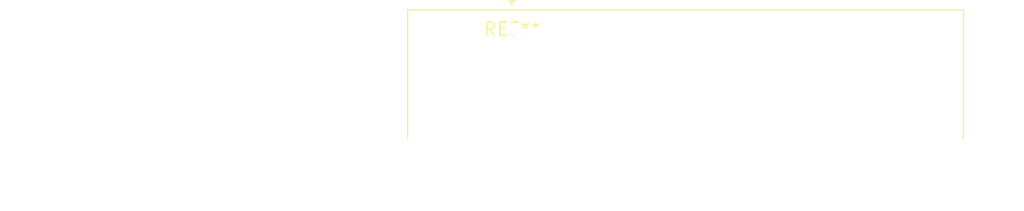
<source format=kicad_pcb>
(kicad_pcb (version 20240108) (generator pcbnew)
  (layers (0 "F.Cu" signal) (31 "B.Cu" signal) (34 "B.Paste" user) (35 "F.Paste" user) (36 "B.SilkS" user "B.Silkscreen") (37 "F.SilkS" user "F.Silkscreen") (38 "B.Mask" user) (39 "F.Mask" user) (44 "Edge.Cuts" user))
  (net 0 "")
  (footprint "DSUB-25_Male_Horizontal_P2.77x2.84mm_EdgePinOffset7.70mm_Housed_MountingHolesOffset9.12mm" (layer "F.Cu") (at 0 0)
    (property "Reference" "REF**")
    (property "Value" "DSUB-25_Male_Horizontal_P2.77x2.84mm_EdgePinOffset7.70mm_Housed_MountingHolesOffset9.12mm")
    (fp_line (start -9.99 -1.86) (end 43.23 -1.86) (layer "F.SilkS") (stroke (width 0.12)))
    (fp_line (start -9.99 10.48) (end -9.99 -1.86) (layer "F.SilkS") (stroke (width 0.12)))
    (fp_line (start -0.25 -2.754338) (end 0.25 -2.754338) (layer "F.SilkS") (stroke (width 0.12)))
    (fp_line (start 0 -2.321325) (end -0.25 -2.754338) (layer "F.SilkS") (stroke (width 0.12)))
    (fp_line (start 0.25 -2.754338) (end 0 -2.321325) (layer "F.SilkS") (stroke (width 0.12)))
    (fp_line (start 43.23 -1.86) (end 43.23 10.48) (layer "F.SilkS") (stroke (width 0.12)))
    (pad "0" thru_hole circle (at -6.93 1.42) (size 4 4) (drill 3.2) (layers *.Cu *.Mask) (remove_unused_layers))
    (pad "0" thru_hole circle (at 40.17 1.42) (size 4 4) (drill 3.2) (layers *.Cu *.Mask) (remove_unused_layers))
    (pad "1" thru_hole rect (at 0 0) (size 1.6 1.6) (drill 1) (layers *.Cu *.Mask) (remove_unused_layers))
    (pad "2" thru_hole circle (at 2.77 0) (size 1.6 1.6) (drill 1) (layers *.Cu *.Mask) (remove_unused_layers))
    (pad "3" thru_hole circle (at 5.54 0) (size 1.6 1.6) (drill 1) (layers *.Cu *.Mask) (remove_unused_layers))
    (pad "4" thru_hole circle (at 8.31 0) (size 1.6 1.6) (drill 1) (layers *.Cu *.Mask) (remove_unused_layers))
    (pad "5" thru_hole circle (at 11.08 0) (size 1.6 1.6) (drill 1) (layers *.Cu *.Mask) (remove_unused_layers))
    (pad "6" thru_hole circle (at 13.85 0) (size 1.6 1.6) (drill 1) (layers *.Cu *.Mask) (remove_unused_layers))
    (pad "7" thru_hole circle (at 16.62 0) (size 1.6 1.6) (drill 1) (layers *.Cu *.Mask) (remove_unused_layers))
    (pad "8" thru_hole circle (at 19.39 0) (size 1.6 1.6) (drill 1) (layers *.Cu *.Mask) (remove_unused_layers))
    (pad "9" thru_hole circle (at 22.16 0) (size 1.6 1.6) (drill 1) (layers *.Cu *.Mask) (remove_unused_layers))
    (pad "10" thru_hole circle (at 24.93 0) (size 1.6 1.6) (drill 1) (layers *.Cu *.Mask) (remove_unused_layers))
    (pad "11" thru_hole circle (at 27.7 0) (size 1.6 1.6) (drill 1) (layers *.Cu *.Mask) (remove_unused_layers))
    (pad "12" thru_hole circle (at 30.47 0) (size 1.6 1.6) (drill 1) (layers *.Cu *.Mask) (remove_unused_layers))
    (pad "13" thru_hole circle (at 33.24 0) (size 1.6 1.6) (drill 1) (layers *.Cu *.Mask) (remove_unused_layers))
    (pad "14" thru_hole circle (at 1.385 2.84) (size 1.6 1.6) (drill 1) (layers *.Cu *.Mask) (remove_unused_layers))
    (pad "15" thru_hole circle (at 4.155 2.84) (size 1.6 1.6) (drill 1) (layers *.Cu *.Mask) (remove_unused_layers))
    (pad "16" thru_hole circle (at 6.925 2.84) (size 1.6 1.6) (drill 1) (layers *.Cu *.Mask) (remove_unused_layers))
    (pad "17" thru_hole circle (at 9.695 2.84) (size 1.6 1.6) (drill 1) (layers *.Cu *.Mask) (remove_unused_layers))
    (pad "18" thru_hole circle (at 12.465 2.84) (size 1.6 1.6) (drill 1) (layers *.Cu *.Mask) (remove_unused_layers))
    (pad "19" thru_hole circle (at 15.235 2.84) (size 1.6 1.6) (drill 1) (layers *.Cu *.Mask) (remove_unused_layers))
    (pad "20" thru_hole circle (at 18.005 2.84) (size 1.6 1.6) (drill 1) (layers *.Cu *.Mask) (remove_unused_layers))
    (pad "21" thru_hole circle (at 20.775 2.84) (size 1.6 1.6) (drill 1) (layers *.Cu *.Mask) (remove_unused_layers))
    (pad "22" thru_hole circle (at 23.545 2.84) (size 1.6 1.6) (drill 1) (layers *.Cu *.Mask) (remove_unused_layers))
    (pad "23" thru_hole circle (at 26.315 2.84) (size 1.6 1.6) (drill 1) (layers *.Cu *.Mask) (remove_unused_layers))
    (pad "24" thru_hole circle (at 29.085 2.84) (size 1.6 1.6) (drill 1) (layers *.Cu *.Mask) (remove_unused_layers))
    (pad "25" thru_hole circle (at 31.855 2.84) (size 1.6 1.6) (drill 1) (layers *.Cu *.Mask) (remove_unused_layers))
  )
)
</source>
